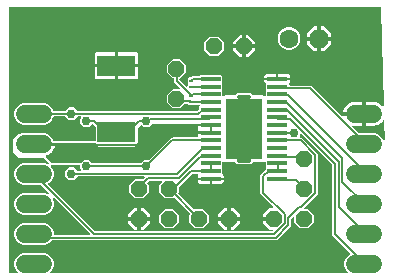
<source format=gbr>
G04 EAGLE Gerber RS-274X export*
G75*
%MOMM*%
%FSLAX34Y34*%
%LPD*%
%INTop Copper*%
%IPPOS*%
%AMOC8*
5,1,8,0,0,1.08239X$1,22.5*%
G01*
%ADD10P,1.732040X8X22.500000*%
%ADD11C,1.600200*%
%ADD12P,1.429621X8X202.500000*%
%ADD13P,1.429621X8X22.500000*%
%ADD14P,1.429621X8X292.500000*%
%ADD15P,1.429621X8X112.500000*%
%ADD16R,1.665200X0.364800*%
%ADD17R,3.100000X5.180000*%
%ADD18C,1.524000*%
%ADD19R,3.200000X1.800000*%
%ADD20R,0.350000X0.250000*%
%ADD21C,0.152400*%
%ADD22C,0.756400*%

G36*
X11208Y10934D02*
X11208Y10934D01*
X11279Y10936D01*
X11328Y10954D01*
X11380Y10962D01*
X11443Y10996D01*
X11510Y11021D01*
X11551Y11053D01*
X11597Y11078D01*
X11646Y11130D01*
X11702Y11174D01*
X11731Y11218D01*
X11766Y11256D01*
X11797Y11321D01*
X11835Y11381D01*
X11848Y11432D01*
X11870Y11479D01*
X11878Y11550D01*
X11895Y11620D01*
X11891Y11672D01*
X11897Y11723D01*
X11882Y11794D01*
X11876Y11865D01*
X11856Y11913D01*
X11845Y11964D01*
X11808Y12025D01*
X11780Y12091D01*
X11735Y12147D01*
X11719Y12175D01*
X11701Y12190D01*
X11675Y12222D01*
X10027Y13870D01*
X8635Y17231D01*
X8635Y20869D01*
X10027Y24230D01*
X12600Y26803D01*
X15961Y28195D01*
X34839Y28195D01*
X38200Y26803D01*
X40773Y24230D01*
X42165Y20869D01*
X42165Y17231D01*
X40773Y13870D01*
X39125Y12222D01*
X39083Y12164D01*
X39034Y12112D01*
X39012Y12065D01*
X38981Y12023D01*
X38960Y11954D01*
X38930Y11889D01*
X38924Y11837D01*
X38909Y11787D01*
X38911Y11716D01*
X38903Y11645D01*
X38914Y11594D01*
X38915Y11542D01*
X38940Y11474D01*
X38955Y11404D01*
X38982Y11359D01*
X39000Y11311D01*
X39045Y11255D01*
X39081Y11193D01*
X39121Y11159D01*
X39153Y11119D01*
X39214Y11080D01*
X39268Y11033D01*
X39317Y11014D01*
X39360Y10986D01*
X39430Y10968D01*
X39496Y10941D01*
X39568Y10933D01*
X39599Y10925D01*
X39622Y10927D01*
X39663Y10923D01*
X290537Y10923D01*
X290608Y10934D01*
X290679Y10936D01*
X290728Y10954D01*
X290780Y10962D01*
X290843Y10996D01*
X290910Y11021D01*
X290951Y11053D01*
X290997Y11078D01*
X291046Y11130D01*
X291102Y11174D01*
X291131Y11218D01*
X291166Y11256D01*
X291197Y11321D01*
X291235Y11381D01*
X291248Y11432D01*
X291270Y11479D01*
X291278Y11550D01*
X291295Y11620D01*
X291291Y11672D01*
X291297Y11723D01*
X291282Y11794D01*
X291276Y11865D01*
X291256Y11913D01*
X291245Y11964D01*
X291208Y12025D01*
X291180Y12091D01*
X291135Y12147D01*
X291119Y12175D01*
X291101Y12190D01*
X291075Y12222D01*
X289427Y13870D01*
X288035Y17231D01*
X288035Y20869D01*
X289427Y24230D01*
X292000Y26803D01*
X292769Y27121D01*
X292808Y27145D01*
X292851Y27161D01*
X292911Y27209D01*
X292978Y27251D01*
X293007Y27286D01*
X293043Y27315D01*
X293085Y27380D01*
X293134Y27440D01*
X293151Y27483D01*
X293176Y27521D01*
X293195Y27597D01*
X293223Y27670D01*
X293225Y27715D01*
X293236Y27760D01*
X293230Y27838D01*
X293233Y27915D01*
X293220Y27960D01*
X293217Y28005D01*
X293186Y28077D01*
X293165Y28152D01*
X293138Y28189D01*
X293120Y28232D01*
X293035Y28338D01*
X293024Y28354D01*
X293020Y28357D01*
X293016Y28363D01*
X278129Y43249D01*
X278129Y102369D01*
X278115Y102460D01*
X278107Y102550D01*
X278095Y102580D01*
X278090Y102612D01*
X278047Y102693D01*
X278011Y102777D01*
X277985Y102809D01*
X277974Y102830D01*
X277951Y102852D01*
X277906Y102908D01*
X251970Y128844D01*
X251912Y128886D01*
X251860Y128935D01*
X251813Y128957D01*
X251771Y128987D01*
X251702Y129008D01*
X251637Y129039D01*
X251585Y129044D01*
X251535Y129060D01*
X251464Y129058D01*
X251393Y129066D01*
X251342Y129055D01*
X251290Y129053D01*
X251222Y129029D01*
X251152Y129014D01*
X251107Y128987D01*
X251059Y128969D01*
X251003Y128924D01*
X250941Y128887D01*
X250907Y128848D01*
X250867Y128815D01*
X250828Y128755D01*
X250781Y128700D01*
X250762Y128652D01*
X250734Y128608D01*
X250716Y128539D01*
X250689Y128472D01*
X250681Y128401D01*
X250673Y128370D01*
X250675Y128346D01*
X250671Y128306D01*
X250671Y127342D01*
X250359Y127030D01*
X250317Y126972D01*
X250268Y126920D01*
X250246Y126873D01*
X250216Y126831D01*
X250194Y126762D01*
X250164Y126697D01*
X250159Y126645D01*
X250143Y126595D01*
X250145Y126524D01*
X250137Y126453D01*
X250148Y126402D01*
X250150Y126350D01*
X250174Y126282D01*
X250189Y126212D01*
X250216Y126167D01*
X250234Y126119D01*
X250279Y126063D01*
X250316Y126001D01*
X250355Y125967D01*
X250388Y125927D01*
X250448Y125888D01*
X250503Y125841D01*
X250551Y125822D01*
X250595Y125794D01*
X250664Y125776D01*
X250731Y125749D01*
X250802Y125741D01*
X250833Y125733D01*
X250856Y125735D01*
X250897Y125731D01*
X252407Y125731D01*
X265939Y112199D01*
X265939Y78301D01*
X254216Y66578D01*
X254174Y66520D01*
X254125Y66468D01*
X254103Y66421D01*
X254073Y66379D01*
X254052Y66310D01*
X254021Y66245D01*
X254016Y66193D01*
X254000Y66143D01*
X254002Y66072D01*
X253994Y66001D01*
X254005Y65950D01*
X254007Y65898D01*
X254031Y65830D01*
X254046Y65760D01*
X254073Y65715D01*
X254091Y65667D01*
X254136Y65611D01*
X254173Y65549D01*
X254212Y65515D01*
X254245Y65475D01*
X254305Y65436D01*
X254360Y65389D01*
X254408Y65370D01*
X254452Y65342D01*
X254521Y65324D01*
X254588Y65297D01*
X254659Y65289D01*
X254690Y65281D01*
X254714Y65283D01*
X254754Y65279D01*
X257367Y65279D01*
X262129Y60517D01*
X262129Y53783D01*
X257367Y49021D01*
X250633Y49021D01*
X245871Y53783D01*
X245871Y57920D01*
X245860Y57990D01*
X245858Y58062D01*
X245840Y58111D01*
X245832Y58162D01*
X245798Y58226D01*
X245773Y58293D01*
X245741Y58334D01*
X245716Y58380D01*
X245664Y58429D01*
X245620Y58485D01*
X245576Y58513D01*
X245538Y58549D01*
X245473Y58579D01*
X245413Y58618D01*
X245362Y58631D01*
X245315Y58653D01*
X245244Y58661D01*
X245174Y58678D01*
X245122Y58674D01*
X245071Y58680D01*
X245000Y58665D01*
X244929Y58659D01*
X244881Y58639D01*
X244830Y58628D01*
X244769Y58591D01*
X244703Y58563D01*
X244647Y58518D01*
X244619Y58501D01*
X244604Y58484D01*
X244572Y58458D01*
X243302Y57188D01*
X243249Y57114D01*
X243189Y57044D01*
X243177Y57014D01*
X243158Y56988D01*
X243131Y56901D01*
X243097Y56816D01*
X243093Y56775D01*
X243086Y56753D01*
X243087Y56721D01*
X243079Y56649D01*
X243079Y50869D01*
X231071Y38861D01*
X40679Y38861D01*
X40589Y38847D01*
X40498Y38839D01*
X40468Y38827D01*
X40436Y38822D01*
X40356Y38779D01*
X40272Y38743D01*
X40240Y38717D01*
X40219Y38706D01*
X40197Y38683D01*
X40141Y38638D01*
X38200Y36697D01*
X34839Y35305D01*
X15961Y35305D01*
X12600Y36697D01*
X10027Y39270D01*
X8635Y42631D01*
X8635Y46269D01*
X10027Y49630D01*
X12600Y52203D01*
X15961Y53595D01*
X34839Y53595D01*
X38200Y52203D01*
X40773Y49630D01*
X42165Y46269D01*
X42165Y44196D01*
X42168Y44176D01*
X42166Y44157D01*
X42188Y44055D01*
X42204Y43953D01*
X42214Y43936D01*
X42218Y43916D01*
X42271Y43827D01*
X42320Y43736D01*
X42334Y43722D01*
X42344Y43705D01*
X42423Y43638D01*
X42498Y43566D01*
X42516Y43558D01*
X42531Y43545D01*
X42627Y43506D01*
X42721Y43463D01*
X42741Y43461D01*
X42759Y43453D01*
X42926Y43435D01*
X71890Y43435D01*
X71960Y43446D01*
X72032Y43448D01*
X72081Y43466D01*
X72132Y43474D01*
X72196Y43508D01*
X72263Y43533D01*
X72304Y43565D01*
X72350Y43590D01*
X72399Y43641D01*
X72455Y43686D01*
X72483Y43730D01*
X72519Y43768D01*
X72549Y43833D01*
X72588Y43893D01*
X72601Y43944D01*
X72623Y43991D01*
X72631Y44062D01*
X72648Y44132D01*
X72644Y44184D01*
X72650Y44235D01*
X72635Y44306D01*
X72629Y44377D01*
X72609Y44425D01*
X72598Y44476D01*
X72561Y44537D01*
X72533Y44603D01*
X72488Y44659D01*
X72471Y44687D01*
X72454Y44702D01*
X72428Y44734D01*
X42517Y74645D01*
X42438Y74702D01*
X42363Y74764D01*
X42339Y74773D01*
X42318Y74788D01*
X42225Y74817D01*
X42134Y74852D01*
X42108Y74853D01*
X42083Y74861D01*
X41985Y74858D01*
X41888Y74862D01*
X41863Y74855D01*
X41837Y74854D01*
X41745Y74821D01*
X41652Y74794D01*
X41630Y74779D01*
X41606Y74770D01*
X41530Y74709D01*
X41450Y74653D01*
X41434Y74632D01*
X41414Y74616D01*
X41361Y74534D01*
X41303Y74456D01*
X41295Y74431D01*
X41281Y74409D01*
X41257Y74315D01*
X41227Y74222D01*
X41227Y74196D01*
X41221Y74171D01*
X41228Y74074D01*
X41229Y73976D01*
X41238Y73945D01*
X41240Y73925D01*
X41253Y73895D01*
X41276Y73815D01*
X42165Y71669D01*
X42165Y68031D01*
X40773Y64670D01*
X38200Y62097D01*
X34839Y60705D01*
X15961Y60705D01*
X12600Y62097D01*
X10027Y64670D01*
X8635Y68031D01*
X8635Y71669D01*
X10027Y75030D01*
X12600Y77603D01*
X15961Y78995D01*
X34839Y78995D01*
X36985Y78106D01*
X37080Y78084D01*
X37173Y78055D01*
X37199Y78056D01*
X37225Y78050D01*
X37321Y78059D01*
X37419Y78061D01*
X37443Y78070D01*
X37469Y78073D01*
X37558Y78112D01*
X37650Y78146D01*
X37670Y78162D01*
X37694Y78173D01*
X37766Y78239D01*
X37842Y78299D01*
X37856Y78321D01*
X37875Y78339D01*
X37922Y78424D01*
X37975Y78506D01*
X37981Y78532D01*
X37994Y78555D01*
X38011Y78651D01*
X38035Y78745D01*
X38033Y78771D01*
X38038Y78797D01*
X38023Y78893D01*
X38016Y78990D01*
X38006Y79014D01*
X38002Y79040D01*
X37958Y79127D01*
X37920Y79216D01*
X37899Y79242D01*
X37890Y79259D01*
X37867Y79283D01*
X37815Y79347D01*
X31280Y85882D01*
X31206Y85935D01*
X31136Y85995D01*
X31106Y86007D01*
X31080Y86026D01*
X30993Y86053D01*
X30908Y86087D01*
X30867Y86091D01*
X30845Y86098D01*
X30813Y86097D01*
X30742Y86105D01*
X15961Y86105D01*
X12600Y87497D01*
X10027Y90070D01*
X8635Y93431D01*
X8635Y97069D01*
X10027Y100430D01*
X12600Y103003D01*
X15961Y104395D01*
X34839Y104395D01*
X37419Y103326D01*
X37514Y103304D01*
X37607Y103275D01*
X37633Y103276D01*
X37658Y103270D01*
X37755Y103279D01*
X37852Y103282D01*
X37877Y103291D01*
X37903Y103293D01*
X37992Y103333D01*
X38083Y103366D01*
X38104Y103382D01*
X38128Y103393D01*
X38199Y103459D01*
X38276Y103520D01*
X38290Y103542D01*
X38309Y103559D01*
X38356Y103645D01*
X38409Y103727D01*
X38415Y103752D01*
X38428Y103775D01*
X38445Y103871D01*
X38469Y103965D01*
X38467Y103991D01*
X38471Y104017D01*
X38457Y104114D01*
X38449Y104210D01*
X38439Y104234D01*
X38435Y104260D01*
X38391Y104347D01*
X38353Y104437D01*
X38333Y104462D01*
X38324Y104480D01*
X38300Y104503D01*
X38248Y104568D01*
X34201Y108615D01*
X34127Y108668D01*
X34057Y108728D01*
X34027Y108740D01*
X34001Y108759D01*
X33914Y108786D01*
X33829Y108820D01*
X33788Y108824D01*
X33766Y108831D01*
X33734Y108830D01*
X33662Y108838D01*
X11753Y108838D01*
X7238Y113353D01*
X7238Y124772D01*
X11753Y129287D01*
X14583Y129287D01*
X14648Y129297D01*
X14713Y129298D01*
X14793Y129321D01*
X14826Y129326D01*
X14843Y129336D01*
X14874Y129345D01*
X15961Y129795D01*
X34839Y129795D01*
X38200Y128403D01*
X40773Y125830D01*
X41735Y123505D01*
X41770Y123450D01*
X41796Y123389D01*
X41848Y123324D01*
X41865Y123296D01*
X41880Y123284D01*
X41900Y123258D01*
X41999Y123160D01*
X42073Y123107D01*
X42143Y123047D01*
X42173Y123035D01*
X42199Y123016D01*
X42286Y122989D01*
X42371Y122955D01*
X42412Y122951D01*
X42434Y122944D01*
X42466Y122945D01*
X42537Y122937D01*
X76964Y122937D01*
X76984Y122940D01*
X77003Y122938D01*
X77105Y122960D01*
X77207Y122976D01*
X77224Y122986D01*
X77244Y122990D01*
X77333Y123043D01*
X77424Y123092D01*
X77438Y123106D01*
X77455Y123116D01*
X77522Y123195D01*
X77594Y123270D01*
X77602Y123288D01*
X77615Y123303D01*
X77654Y123399D01*
X77697Y123493D01*
X77699Y123513D01*
X77707Y123531D01*
X77725Y123698D01*
X77725Y134625D01*
X77711Y134716D01*
X77703Y134806D01*
X77691Y134836D01*
X77686Y134868D01*
X77643Y134949D01*
X77607Y135033D01*
X77581Y135065D01*
X77570Y135086D01*
X77547Y135108D01*
X77502Y135164D01*
X75699Y136967D01*
X75683Y136979D01*
X75670Y136995D01*
X75583Y137051D01*
X75499Y137111D01*
X75480Y137117D01*
X75463Y137128D01*
X75363Y137153D01*
X75264Y137183D01*
X75244Y137183D01*
X75225Y137188D01*
X75122Y137180D01*
X75018Y137177D01*
X74999Y137170D01*
X74979Y137168D01*
X74885Y137128D01*
X74787Y137092D01*
X74771Y137080D01*
X74753Y137072D01*
X74622Y136967D01*
X72048Y134393D01*
X67652Y134393D01*
X64543Y137502D01*
X64543Y141898D01*
X65109Y142464D01*
X65151Y142522D01*
X65200Y142574D01*
X65222Y142621D01*
X65252Y142663D01*
X65274Y142732D01*
X65304Y142797D01*
X65309Y142849D01*
X65325Y142899D01*
X65323Y142970D01*
X65331Y143041D01*
X65320Y143092D01*
X65318Y143144D01*
X65294Y143212D01*
X65279Y143282D01*
X65252Y143327D01*
X65234Y143375D01*
X65189Y143431D01*
X65152Y143493D01*
X65113Y143527D01*
X65080Y143567D01*
X65020Y143606D01*
X64965Y143653D01*
X64917Y143672D01*
X64873Y143700D01*
X64804Y143718D01*
X64737Y143745D01*
X64666Y143753D01*
X64635Y143761D01*
X64612Y143759D01*
X64571Y143763D01*
X62683Y143763D01*
X62593Y143749D01*
X62502Y143741D01*
X62473Y143729D01*
X62441Y143724D01*
X62360Y143681D01*
X62276Y143645D01*
X62244Y143619D01*
X62223Y143608D01*
X62201Y143585D01*
X62145Y143540D01*
X59348Y140743D01*
X54952Y140743D01*
X52155Y143540D01*
X52081Y143593D01*
X52011Y143653D01*
X51981Y143665D01*
X51955Y143684D01*
X51868Y143711D01*
X51783Y143745D01*
X51742Y143749D01*
X51720Y143756D01*
X51688Y143755D01*
X51617Y143763D01*
X42480Y143763D01*
X42365Y143744D01*
X42249Y143727D01*
X42243Y143725D01*
X42237Y143724D01*
X42134Y143669D01*
X42029Y143616D01*
X42025Y143611D01*
X42020Y143608D01*
X41940Y143524D01*
X41857Y143440D01*
X41854Y143434D01*
X41850Y143430D01*
X41842Y143413D01*
X41776Y143293D01*
X40773Y140870D01*
X38200Y138297D01*
X34839Y136905D01*
X15961Y136905D01*
X12600Y138297D01*
X10027Y140870D01*
X8635Y144231D01*
X8635Y147869D01*
X10027Y151230D01*
X12600Y153803D01*
X15961Y155195D01*
X34839Y155195D01*
X38200Y153803D01*
X40773Y151230D01*
X41776Y148807D01*
X41838Y148707D01*
X41898Y148607D01*
X41903Y148603D01*
X41906Y148598D01*
X41996Y148523D01*
X42085Y148447D01*
X42091Y148445D01*
X42095Y148441D01*
X42204Y148399D01*
X42313Y148355D01*
X42320Y148354D01*
X42325Y148353D01*
X42343Y148352D01*
X42480Y148337D01*
X51617Y148337D01*
X51707Y148351D01*
X51798Y148359D01*
X51827Y148371D01*
X51859Y148376D01*
X51940Y148419D01*
X52024Y148455D01*
X52056Y148481D01*
X52077Y148492D01*
X52099Y148515D01*
X52155Y148560D01*
X54952Y151357D01*
X59348Y151357D01*
X62145Y148560D01*
X62219Y148507D01*
X62289Y148447D01*
X62319Y148435D01*
X62345Y148416D01*
X62432Y148389D01*
X62517Y148355D01*
X62558Y148351D01*
X62580Y148344D01*
X62612Y148345D01*
X62683Y148337D01*
X163310Y148337D01*
X163401Y148351D01*
X163491Y148359D01*
X163521Y148371D01*
X163553Y148376D01*
X163634Y148419D01*
X163718Y148455D01*
X163750Y148481D01*
X163771Y148492D01*
X163793Y148515D01*
X163849Y148560D01*
X164932Y149643D01*
X164985Y149717D01*
X165045Y149787D01*
X165057Y149817D01*
X165076Y149843D01*
X165103Y149930D01*
X165137Y150015D01*
X165141Y150056D01*
X165148Y150078D01*
X165147Y150110D01*
X165155Y150182D01*
X165155Y152056D01*
X165411Y152312D01*
X165423Y152328D01*
X165439Y152341D01*
X165495Y152428D01*
X165555Y152512D01*
X165561Y152531D01*
X165572Y152548D01*
X165597Y152648D01*
X165627Y152747D01*
X165627Y152767D01*
X165632Y152786D01*
X165624Y152889D01*
X165621Y152993D01*
X165614Y153012D01*
X165613Y153031D01*
X165572Y153126D01*
X165537Y153224D01*
X165524Y153239D01*
X165516Y153258D01*
X165411Y153389D01*
X165209Y153591D01*
X165135Y153644D01*
X165066Y153703D01*
X165036Y153715D01*
X165010Y153734D01*
X164923Y153761D01*
X164838Y153795D01*
X164797Y153800D01*
X164775Y153807D01*
X164742Y153806D01*
X164671Y153814D01*
X161785Y153814D01*
X161695Y153799D01*
X161604Y153792D01*
X161574Y153779D01*
X161543Y153774D01*
X161462Y153731D01*
X161378Y153696D01*
X161346Y153670D01*
X161325Y153659D01*
X161303Y153636D01*
X161247Y153591D01*
X161132Y153475D01*
X156368Y153475D01*
X155381Y154462D01*
X155307Y154515D01*
X155238Y154575D01*
X155208Y154587D01*
X155182Y154606D01*
X155095Y154633D01*
X155010Y154667D01*
X154969Y154671D01*
X154947Y154678D01*
X154914Y154677D01*
X154843Y154685D01*
X153796Y154685D01*
X153706Y154671D01*
X153615Y154663D01*
X153586Y154651D01*
X153554Y154646D01*
X153473Y154603D01*
X153389Y154567D01*
X153357Y154541D01*
X153336Y154530D01*
X153314Y154507D01*
X153258Y154462D01*
X149417Y150621D01*
X142683Y150621D01*
X137921Y155383D01*
X137921Y162117D01*
X142683Y166879D01*
X148090Y166879D01*
X148160Y166890D01*
X148232Y166892D01*
X148281Y166910D01*
X148332Y166918D01*
X148396Y166952D01*
X148463Y166977D01*
X148504Y167009D01*
X148550Y167034D01*
X148599Y167086D01*
X148655Y167130D01*
X148683Y167174D01*
X148719Y167212D01*
X148749Y167277D01*
X148788Y167337D01*
X148801Y167388D01*
X148823Y167435D01*
X148831Y167506D01*
X148848Y167576D01*
X148844Y167628D01*
X148850Y167679D01*
X148835Y167750D01*
X148829Y167821D01*
X148809Y167869D01*
X148798Y167920D01*
X148761Y167981D01*
X148733Y168047D01*
X148688Y168103D01*
X148671Y168131D01*
X148654Y168146D01*
X148628Y168178D01*
X145580Y171226D01*
X144017Y172789D01*
X144017Y175260D01*
X144014Y175280D01*
X144016Y175299D01*
X143994Y175401D01*
X143978Y175503D01*
X143968Y175520D01*
X143964Y175540D01*
X143911Y175629D01*
X143862Y175720D01*
X143848Y175734D01*
X143838Y175751D01*
X143759Y175818D01*
X143684Y175890D01*
X143666Y175898D01*
X143651Y175911D01*
X143555Y175950D01*
X143461Y175993D01*
X143441Y175995D01*
X143423Y176003D01*
X143256Y176021D01*
X142683Y176021D01*
X137921Y180783D01*
X137921Y187517D01*
X142683Y192279D01*
X149417Y192279D01*
X154179Y187517D01*
X154179Y180783D01*
X149417Y176021D01*
X149352Y176021D01*
X149332Y176018D01*
X149313Y176020D01*
X149211Y175998D01*
X149109Y175982D01*
X149092Y175972D01*
X149072Y175968D01*
X148983Y175915D01*
X148892Y175866D01*
X148878Y175852D01*
X148861Y175842D01*
X148794Y175763D01*
X148722Y175688D01*
X148714Y175670D01*
X148701Y175655D01*
X148662Y175559D01*
X148619Y175465D01*
X148617Y175445D01*
X148609Y175427D01*
X148591Y175260D01*
X148591Y174999D01*
X148605Y174908D01*
X148613Y174818D01*
X148625Y174788D01*
X148630Y174756D01*
X148673Y174675D01*
X148709Y174591D01*
X148735Y174559D01*
X148746Y174538D01*
X148769Y174516D01*
X148814Y174460D01*
X154176Y169098D01*
X154234Y169056D01*
X154286Y169007D01*
X154333Y168985D01*
X154375Y168955D01*
X154444Y168934D01*
X154509Y168903D01*
X154561Y168898D01*
X154611Y168882D01*
X154682Y168884D01*
X154753Y168876D01*
X154804Y168887D01*
X154856Y168889D01*
X154924Y168913D01*
X154994Y168928D01*
X155039Y168955D01*
X155087Y168973D01*
X155143Y169018D01*
X155205Y169055D01*
X155239Y169094D01*
X155279Y169127D01*
X155318Y169187D01*
X155365Y169242D01*
X155384Y169290D01*
X155412Y169334D01*
X155430Y169403D01*
X155457Y169470D01*
X155465Y169541D01*
X155473Y169572D01*
X155471Y169596D01*
X155475Y169636D01*
X155475Y170832D01*
X155555Y170912D01*
X155567Y170928D01*
X155583Y170940D01*
X155639Y171028D01*
X155699Y171111D01*
X155705Y171130D01*
X155716Y171147D01*
X155741Y171248D01*
X155771Y171347D01*
X155771Y171367D01*
X155776Y171386D01*
X155768Y171489D01*
X155765Y171592D01*
X155758Y171611D01*
X155757Y171631D01*
X155716Y171726D01*
X155681Y171823D01*
X155668Y171839D01*
X155660Y171857D01*
X155555Y171988D01*
X155475Y172068D01*
X155475Y175832D01*
X156368Y176725D01*
X157975Y176725D01*
X158066Y176739D01*
X158156Y176747D01*
X158186Y176759D01*
X158218Y176764D01*
X158299Y176807D01*
X158383Y176843D01*
X158415Y176869D01*
X158436Y176880D01*
X158458Y176903D01*
X158514Y176948D01*
X159454Y177887D01*
X164671Y177887D01*
X164761Y177902D01*
X164852Y177909D01*
X164882Y177922D01*
X164914Y177927D01*
X164995Y177970D01*
X165078Y178006D01*
X165111Y178031D01*
X165131Y178042D01*
X165153Y178066D01*
X165209Y178110D01*
X166048Y178949D01*
X183964Y178949D01*
X184857Y178056D01*
X184857Y173145D01*
X184601Y172889D01*
X184589Y172873D01*
X184573Y172860D01*
X184517Y172773D01*
X184457Y172689D01*
X184451Y172670D01*
X184440Y172653D01*
X184415Y172553D01*
X184385Y172454D01*
X184385Y172434D01*
X184380Y172415D01*
X184388Y172312D01*
X184391Y172208D01*
X184398Y172190D01*
X184399Y172170D01*
X184440Y172075D01*
X184475Y171977D01*
X184488Y171962D01*
X184496Y171943D01*
X184601Y171812D01*
X184857Y171556D01*
X184857Y166645D01*
X184601Y166389D01*
X184589Y166373D01*
X184573Y166360D01*
X184517Y166273D01*
X184457Y166189D01*
X184451Y166170D01*
X184440Y166153D01*
X184415Y166053D01*
X184385Y165954D01*
X184385Y165934D01*
X184380Y165915D01*
X184388Y165812D01*
X184391Y165708D01*
X184398Y165689D01*
X184399Y165670D01*
X184440Y165575D01*
X184475Y165477D01*
X184488Y165462D01*
X184496Y165443D01*
X184601Y165312D01*
X184857Y165056D01*
X184857Y161838D01*
X184868Y161767D01*
X184870Y161695D01*
X184888Y161646D01*
X184896Y161595D01*
X184930Y161532D01*
X184955Y161464D01*
X184987Y161423D01*
X185012Y161378D01*
X185064Y161328D01*
X185108Y161272D01*
X185152Y161244D01*
X185190Y161208D01*
X185255Y161178D01*
X185315Y161139D01*
X185366Y161126D01*
X185413Y161105D01*
X185484Y161097D01*
X185554Y161079D01*
X185606Y161083D01*
X185657Y161077D01*
X185728Y161093D01*
X185799Y161098D01*
X185847Y161119D01*
X185898Y161130D01*
X185959Y161167D01*
X186025Y161195D01*
X186081Y161239D01*
X186109Y161256D01*
X186124Y161274D01*
X186125Y161275D01*
X186719Y161618D01*
X187366Y161791D01*
X195441Y161791D01*
X195532Y161805D01*
X195622Y161813D01*
X195652Y161825D01*
X195684Y161830D01*
X195765Y161873D01*
X195849Y161909D01*
X195881Y161935D01*
X195902Y161946D01*
X195924Y161969D01*
X195980Y162014D01*
X197503Y163537D01*
X208897Y163537D01*
X210420Y162014D01*
X210494Y161961D01*
X210564Y161901D01*
X210594Y161889D01*
X210620Y161870D01*
X210707Y161843D01*
X210792Y161809D01*
X210833Y161805D01*
X210855Y161798D01*
X210887Y161799D01*
X210959Y161791D01*
X219034Y161791D01*
X219681Y161618D01*
X220292Y161264D01*
X220302Y161258D01*
X220354Y161208D01*
X220401Y161186D01*
X220443Y161156D01*
X220512Y161135D01*
X220577Y161105D01*
X220629Y161099D01*
X220678Y161084D01*
X220750Y161085D01*
X220821Y161077D01*
X220872Y161088D01*
X220924Y161090D01*
X220992Y161114D01*
X221062Y161130D01*
X221106Y161156D01*
X221155Y161174D01*
X221211Y161219D01*
X221273Y161256D01*
X221307Y161295D01*
X221347Y161328D01*
X221386Y161388D01*
X221433Y161443D01*
X221452Y161491D01*
X221480Y161535D01*
X221498Y161604D01*
X221525Y161671D01*
X221533Y161742D01*
X221541Y161773D01*
X221539Y161797D01*
X221543Y161838D01*
X221543Y165056D01*
X221799Y165312D01*
X221811Y165328D01*
X221827Y165341D01*
X221883Y165428D01*
X221943Y165512D01*
X221949Y165531D01*
X221960Y165548D01*
X221985Y165648D01*
X222015Y165747D01*
X222015Y165767D01*
X222020Y165786D01*
X222012Y165889D01*
X222009Y165993D01*
X222002Y166012D01*
X222001Y166032D01*
X221960Y166126D01*
X221925Y166224D01*
X221912Y166240D01*
X221904Y166258D01*
X221799Y166389D01*
X221543Y166645D01*
X221543Y171393D01*
X221529Y171483D01*
X221521Y171574D01*
X221509Y171604D01*
X221504Y171636D01*
X221461Y171716D01*
X221425Y171800D01*
X221399Y171832D01*
X221388Y171853D01*
X221365Y171875D01*
X221320Y171931D01*
X221035Y172217D01*
X220700Y172796D01*
X220527Y173442D01*
X220527Y174689D01*
X231244Y174689D01*
X231263Y174693D01*
X231283Y174690D01*
X231373Y174710D01*
X231377Y174708D01*
X231544Y174689D01*
X242261Y174689D01*
X242261Y173442D01*
X242088Y172796D01*
X241753Y172217D01*
X241468Y171931D01*
X241415Y171857D01*
X241355Y171788D01*
X241343Y171758D01*
X241324Y171732D01*
X241297Y171645D01*
X241263Y171560D01*
X241259Y171519D01*
X241252Y171497D01*
X241253Y171464D01*
X241245Y171393D01*
X241245Y170688D01*
X241248Y170668D01*
X241246Y170649D01*
X241268Y170547D01*
X241284Y170445D01*
X241294Y170428D01*
X241298Y170408D01*
X241351Y170319D01*
X241400Y170228D01*
X241414Y170214D01*
X241424Y170197D01*
X241503Y170130D01*
X241578Y170058D01*
X241596Y170050D01*
X241611Y170037D01*
X241707Y169998D01*
X241801Y169955D01*
X241821Y169953D01*
X241839Y169945D01*
X242006Y169927D01*
X260027Y169927D01*
X285798Y144156D01*
X285805Y144151D01*
X285810Y144144D01*
X285905Y144079D01*
X285998Y144012D01*
X286006Y144010D01*
X286012Y144005D01*
X286123Y143974D01*
X286233Y143940D01*
X286241Y143940D01*
X286249Y143938D01*
X286363Y143943D01*
X286479Y143946D01*
X286487Y143949D01*
X286495Y143949D01*
X286602Y143991D01*
X286710Y144030D01*
X286716Y144035D01*
X286724Y144038D01*
X286812Y144112D01*
X286902Y144184D01*
X286906Y144191D01*
X286913Y144196D01*
X286973Y144294D01*
X287035Y144391D01*
X287037Y144399D01*
X287041Y144406D01*
X287067Y144518D01*
X287069Y144527D01*
X303277Y144527D01*
X303277Y135889D01*
X296380Y135889D01*
X295943Y135959D01*
X295935Y135959D01*
X295927Y135961D01*
X295812Y135958D01*
X295697Y135957D01*
X295689Y135955D01*
X295681Y135954D01*
X295573Y135915D01*
X295464Y135878D01*
X295458Y135873D01*
X295450Y135870D01*
X295360Y135798D01*
X295269Y135728D01*
X295265Y135721D01*
X295258Y135716D01*
X295196Y135619D01*
X295132Y135524D01*
X295130Y135516D01*
X295125Y135509D01*
X295097Y135397D01*
X295067Y135287D01*
X295067Y135279D01*
X295065Y135271D01*
X295074Y135156D01*
X295081Y135041D01*
X295084Y135034D01*
X295084Y135026D01*
X295129Y134920D01*
X295172Y134813D01*
X295178Y134807D01*
X295181Y134799D01*
X295286Y134668D01*
X299936Y130018D01*
X300010Y129965D01*
X300080Y129905D01*
X300110Y129893D01*
X300136Y129874D01*
X300223Y129847D01*
X300308Y129813D01*
X300349Y129809D01*
X300371Y129802D01*
X300403Y129803D01*
X300474Y129795D01*
X314239Y129795D01*
X317600Y128403D01*
X320173Y125830D01*
X320975Y123894D01*
X321031Y123803D01*
X321083Y123709D01*
X321096Y123698D01*
X321104Y123684D01*
X321187Y123616D01*
X321266Y123545D01*
X321281Y123538D01*
X321294Y123528D01*
X321394Y123489D01*
X321492Y123447D01*
X321508Y123445D01*
X321523Y123439D01*
X321630Y123435D01*
X321737Y123426D01*
X321753Y123430D01*
X321769Y123429D01*
X321872Y123459D01*
X321976Y123484D01*
X321990Y123493D01*
X322005Y123498D01*
X322093Y123559D01*
X322184Y123616D01*
X322194Y123628D01*
X322207Y123638D01*
X322271Y123724D01*
X322339Y123807D01*
X322344Y123822D01*
X322354Y123835D01*
X322387Y123937D01*
X322425Y124037D01*
X322426Y124057D01*
X322430Y124069D01*
X322430Y124100D01*
X322439Y124204D01*
X322042Y139684D01*
X322019Y139804D01*
X321997Y139922D01*
X321996Y139924D01*
X321996Y139926D01*
X321934Y140035D01*
X321878Y140137D01*
X321876Y140138D01*
X321876Y140140D01*
X321784Y140223D01*
X321696Y140303D01*
X321694Y140304D01*
X321693Y140305D01*
X321583Y140353D01*
X321471Y140402D01*
X321469Y140402D01*
X321467Y140403D01*
X321348Y140413D01*
X321226Y140424D01*
X321224Y140423D01*
X321222Y140424D01*
X321105Y140395D01*
X320987Y140367D01*
X320985Y140366D01*
X320983Y140365D01*
X320883Y140302D01*
X320778Y140236D01*
X320777Y140234D01*
X320775Y140234D01*
X320771Y140229D01*
X320665Y140112D01*
X320170Y139431D01*
X319039Y138300D01*
X317745Y137360D01*
X316320Y136634D01*
X314799Y136139D01*
X313220Y135889D01*
X306323Y135889D01*
X306323Y145288D01*
X306320Y145308D01*
X306322Y145327D01*
X306300Y145429D01*
X306283Y145531D01*
X306274Y145548D01*
X306270Y145568D01*
X306217Y145657D01*
X306168Y145748D01*
X306154Y145762D01*
X306144Y145779D01*
X306065Y145846D01*
X305990Y145917D01*
X305972Y145926D01*
X305957Y145939D01*
X305861Y145977D01*
X305767Y146021D01*
X305747Y146023D01*
X305729Y146031D01*
X305562Y146049D01*
X304799Y146049D01*
X304799Y146051D01*
X305562Y146051D01*
X305582Y146054D01*
X305601Y146052D01*
X305703Y146074D01*
X305805Y146091D01*
X305822Y146100D01*
X305842Y146104D01*
X305931Y146157D01*
X306022Y146206D01*
X306036Y146220D01*
X306053Y146230D01*
X306120Y146309D01*
X306191Y146384D01*
X306200Y146402D01*
X306213Y146417D01*
X306252Y146513D01*
X306295Y146607D01*
X306297Y146627D01*
X306305Y146645D01*
X306323Y146812D01*
X306323Y156211D01*
X313220Y156211D01*
X314799Y155961D01*
X316320Y155466D01*
X317745Y154740D01*
X319039Y153800D01*
X320170Y152669D01*
X320326Y152455D01*
X320338Y152443D01*
X320347Y152427D01*
X320426Y152356D01*
X320501Y152282D01*
X320517Y152274D01*
X320530Y152262D01*
X320627Y152220D01*
X320721Y152174D01*
X320739Y152172D01*
X320755Y152164D01*
X320861Y152156D01*
X320965Y152142D01*
X320983Y152145D01*
X321001Y152144D01*
X321103Y152169D01*
X321207Y152189D01*
X321222Y152198D01*
X321239Y152202D01*
X321329Y152258D01*
X321420Y152311D01*
X321432Y152324D01*
X321447Y152334D01*
X321514Y152415D01*
X321584Y152494D01*
X321591Y152511D01*
X321602Y152525D01*
X321639Y152624D01*
X321681Y152720D01*
X321682Y152738D01*
X321688Y152755D01*
X321703Y152922D01*
X319573Y235986D01*
X319571Y235995D01*
X319572Y236005D01*
X319548Y236116D01*
X319527Y236227D01*
X319522Y236236D01*
X319520Y236246D01*
X319462Y236343D01*
X319406Y236442D01*
X319399Y236448D01*
X319394Y236457D01*
X319308Y236530D01*
X319224Y236606D01*
X319214Y236610D01*
X319207Y236617D01*
X319101Y236659D01*
X318998Y236704D01*
X318988Y236705D01*
X318979Y236709D01*
X318812Y236727D01*
X5334Y236727D01*
X5314Y236724D01*
X5295Y236726D01*
X5193Y236704D01*
X5091Y236688D01*
X5074Y236678D01*
X5054Y236674D01*
X4965Y236621D01*
X4874Y236572D01*
X4860Y236558D01*
X4843Y236548D01*
X4776Y236469D01*
X4704Y236394D01*
X4696Y236376D01*
X4683Y236361D01*
X4644Y236265D01*
X4601Y236171D01*
X4599Y236151D01*
X4591Y236133D01*
X4573Y235966D01*
X4573Y11684D01*
X4576Y11664D01*
X4574Y11645D01*
X4596Y11543D01*
X4612Y11441D01*
X4622Y11424D01*
X4626Y11404D01*
X4679Y11315D01*
X4728Y11224D01*
X4742Y11210D01*
X4752Y11193D01*
X4831Y11126D01*
X4906Y11054D01*
X4924Y11046D01*
X4939Y11033D01*
X5035Y10994D01*
X5129Y10951D01*
X5149Y10949D01*
X5167Y10941D01*
X5334Y10923D01*
X11137Y10923D01*
X11208Y10934D01*
G37*
G36*
X227429Y46498D02*
X227429Y46498D01*
X227521Y46505D01*
X227558Y46519D01*
X227580Y46522D01*
X227580Y46523D01*
X227609Y46538D01*
X227678Y46563D01*
X227735Y46605D01*
X227798Y46638D01*
X227834Y46676D01*
X227877Y46707D01*
X227918Y46765D01*
X227967Y46816D01*
X227989Y46864D01*
X228020Y46907D01*
X228041Y46975D01*
X228071Y47039D01*
X228077Y47092D01*
X228092Y47143D01*
X228090Y47213D01*
X228098Y47283D01*
X228086Y47335D01*
X228085Y47389D01*
X228061Y47455D01*
X228046Y47524D01*
X228018Y47569D01*
X228000Y47619D01*
X227956Y47674D01*
X227919Y47735D01*
X227879Y47769D01*
X227846Y47811D01*
X227786Y47849D01*
X227732Y47895D01*
X227683Y47915D01*
X227638Y47943D01*
X227570Y47960D01*
X227504Y47987D01*
X227431Y47995D01*
X227400Y48003D01*
X227377Y48001D01*
X227338Y48005D01*
X224812Y48005D01*
X219455Y53362D01*
X219455Y55627D01*
X227838Y55627D01*
X227858Y55630D01*
X227877Y55628D01*
X227979Y55650D01*
X228081Y55667D01*
X228098Y55676D01*
X228118Y55680D01*
X228207Y55733D01*
X228298Y55782D01*
X228312Y55796D01*
X228329Y55806D01*
X228396Y55885D01*
X228467Y55960D01*
X228476Y55978D01*
X228489Y55993D01*
X228527Y56089D01*
X228571Y56183D01*
X228573Y56203D01*
X228581Y56221D01*
X228599Y56388D01*
X228599Y57912D01*
X228596Y57932D01*
X228598Y57951D01*
X228576Y58053D01*
X228559Y58155D01*
X228550Y58172D01*
X228546Y58192D01*
X228493Y58281D01*
X228444Y58372D01*
X228430Y58386D01*
X228420Y58403D01*
X228341Y58470D01*
X228266Y58541D01*
X228248Y58550D01*
X228233Y58563D01*
X228137Y58602D01*
X228043Y58645D01*
X228023Y58647D01*
X228005Y58655D01*
X227838Y58673D01*
X219455Y58673D01*
X219455Y60938D01*
X224812Y66295D01*
X227338Y66295D01*
X227408Y66306D01*
X227480Y66308D01*
X227529Y66326D01*
X227580Y66334D01*
X227644Y66368D01*
X227711Y66393D01*
X227752Y66425D01*
X227798Y66450D01*
X227847Y66502D01*
X227903Y66546D01*
X227931Y66590D01*
X227967Y66628D01*
X227997Y66693D01*
X228036Y66753D01*
X228049Y66804D01*
X228071Y66851D01*
X228079Y66922D01*
X228096Y66992D01*
X228092Y67044D01*
X228098Y67095D01*
X228083Y67166D01*
X228077Y67237D01*
X228057Y67285D01*
X228046Y67336D01*
X228009Y67397D01*
X227981Y67463D01*
X227936Y67519D01*
X227919Y67547D01*
X227902Y67562D01*
X227876Y67594D01*
X217169Y78301D01*
X217169Y93911D01*
X218732Y95474D01*
X221320Y98062D01*
X221373Y98136D01*
X221433Y98206D01*
X221445Y98236D01*
X221464Y98262D01*
X221491Y98349D01*
X221525Y98434D01*
X221529Y98475D01*
X221536Y98497D01*
X221535Y98529D01*
X221543Y98600D01*
X221543Y100055D01*
X221799Y100311D01*
X221811Y100327D01*
X221827Y100340D01*
X221883Y100427D01*
X221943Y100511D01*
X221949Y100530D01*
X221960Y100547D01*
X221985Y100647D01*
X222015Y100746D01*
X222015Y100766D01*
X222020Y100785D01*
X222012Y100888D01*
X222009Y100992D01*
X222002Y101011D01*
X222001Y101030D01*
X221960Y101125D01*
X221925Y101223D01*
X221912Y101238D01*
X221904Y101257D01*
X221799Y101388D01*
X221543Y101644D01*
X221543Y104862D01*
X221532Y104933D01*
X221530Y105005D01*
X221512Y105054D01*
X221504Y105105D01*
X221470Y105168D01*
X221445Y105236D01*
X221413Y105277D01*
X221388Y105322D01*
X221336Y105372D01*
X221292Y105428D01*
X221248Y105456D01*
X221210Y105492D01*
X221145Y105522D01*
X221085Y105561D01*
X221034Y105574D01*
X220987Y105595D01*
X220916Y105603D01*
X220846Y105621D01*
X220794Y105617D01*
X220743Y105623D01*
X220672Y105607D01*
X220601Y105602D01*
X220553Y105581D01*
X220502Y105570D01*
X220441Y105533D01*
X220375Y105505D01*
X220319Y105461D01*
X220291Y105444D01*
X220276Y105426D01*
X220275Y105425D01*
X219681Y105082D01*
X219034Y104909D01*
X210959Y104909D01*
X210868Y104895D01*
X210778Y104887D01*
X210748Y104875D01*
X210716Y104870D01*
X210635Y104827D01*
X210551Y104791D01*
X210519Y104765D01*
X210498Y104754D01*
X210476Y104731D01*
X210420Y104686D01*
X208897Y103163D01*
X197503Y103163D01*
X195980Y104686D01*
X195906Y104739D01*
X195836Y104799D01*
X195806Y104811D01*
X195780Y104830D01*
X195693Y104857D01*
X195608Y104891D01*
X195567Y104895D01*
X195545Y104902D01*
X195513Y104901D01*
X195441Y104909D01*
X187366Y104909D01*
X186719Y105082D01*
X186108Y105436D01*
X186098Y105442D01*
X186046Y105492D01*
X185999Y105514D01*
X185957Y105544D01*
X185888Y105565D01*
X185823Y105595D01*
X185771Y105601D01*
X185722Y105616D01*
X185650Y105615D01*
X185579Y105623D01*
X185528Y105612D01*
X185476Y105610D01*
X185408Y105586D01*
X185338Y105570D01*
X185294Y105544D01*
X185245Y105526D01*
X185189Y105481D01*
X185127Y105444D01*
X185093Y105405D01*
X185053Y105372D01*
X185014Y105312D01*
X184967Y105257D01*
X184948Y105209D01*
X184920Y105165D01*
X184902Y105096D01*
X184875Y105029D01*
X184867Y104958D01*
X184859Y104927D01*
X184861Y104903D01*
X184857Y104862D01*
X184857Y101644D01*
X184601Y101388D01*
X184589Y101372D01*
X184573Y101359D01*
X184517Y101272D01*
X184457Y101188D01*
X184451Y101169D01*
X184440Y101152D01*
X184415Y101052D01*
X184385Y100953D01*
X184385Y100933D01*
X184380Y100914D01*
X184388Y100811D01*
X184391Y100707D01*
X184398Y100688D01*
X184399Y100668D01*
X184440Y100574D01*
X184475Y100476D01*
X184488Y100460D01*
X184496Y100442D01*
X184601Y100311D01*
X184857Y100055D01*
X184857Y95307D01*
X184871Y95217D01*
X184879Y95126D01*
X184891Y95096D01*
X184896Y95064D01*
X184939Y94984D01*
X184975Y94900D01*
X185001Y94868D01*
X185012Y94847D01*
X185035Y94825D01*
X185080Y94769D01*
X185365Y94483D01*
X185700Y93904D01*
X185873Y93258D01*
X185873Y92011D01*
X175156Y92011D01*
X175137Y92007D01*
X175117Y92009D01*
X175027Y91990D01*
X175023Y91992D01*
X174856Y92011D01*
X164139Y92011D01*
X164139Y93258D01*
X164312Y93904D01*
X164430Y94107D01*
X164464Y94197D01*
X164504Y94283D01*
X164507Y94311D01*
X164517Y94337D01*
X164520Y94433D01*
X164531Y94527D01*
X164525Y94555D01*
X164526Y94583D01*
X164499Y94675D01*
X164479Y94768D01*
X164464Y94792D01*
X164456Y94819D01*
X164401Y94897D01*
X164352Y94979D01*
X164331Y94997D01*
X164315Y95020D01*
X164238Y95077D01*
X164166Y95139D01*
X164139Y95149D01*
X164117Y95166D01*
X164026Y95195D01*
X163937Y95231D01*
X163902Y95235D01*
X163882Y95241D01*
X163850Y95241D01*
X163771Y95249D01*
X159759Y95249D01*
X159668Y95235D01*
X159578Y95227D01*
X159548Y95215D01*
X159516Y95210D01*
X159435Y95167D01*
X159351Y95131D01*
X159319Y95105D01*
X159298Y95094D01*
X159276Y95071D01*
X159220Y95026D01*
X148052Y83858D01*
X147999Y83784D01*
X147939Y83714D01*
X147927Y83684D01*
X147908Y83658D01*
X147881Y83571D01*
X147847Y83486D01*
X147843Y83445D01*
X147836Y83423D01*
X147837Y83391D01*
X147829Y83320D01*
X147829Y79183D01*
X147730Y79084D01*
X147719Y79068D01*
X147703Y79056D01*
X147647Y78969D01*
X147587Y78885D01*
X147581Y78866D01*
X147570Y78849D01*
X147545Y78749D01*
X147514Y78650D01*
X147515Y78630D01*
X147510Y78610D01*
X147518Y78507D01*
X147521Y78404D01*
X147527Y78385D01*
X147529Y78365D01*
X147569Y78270D01*
X147605Y78173D01*
X147618Y78157D01*
X147625Y78139D01*
X147730Y78008D01*
X160558Y65180D01*
X160574Y65168D01*
X160586Y65153D01*
X160656Y65108D01*
X160687Y65082D01*
X160704Y65075D01*
X160758Y65037D01*
X160777Y65031D01*
X160793Y65020D01*
X160894Y64995D01*
X160993Y64964D01*
X161013Y64965D01*
X161032Y64960D01*
X161135Y64968D01*
X161239Y64971D01*
X161257Y64977D01*
X161277Y64979D01*
X161353Y65011D01*
X161354Y65012D01*
X161372Y65019D01*
X161470Y65055D01*
X161485Y65068D01*
X161503Y65075D01*
X161560Y65121D01*
X161571Y65126D01*
X161581Y65138D01*
X161634Y65180D01*
X161733Y65279D01*
X168467Y65279D01*
X173229Y60517D01*
X173229Y53783D01*
X168467Y49021D01*
X161733Y49021D01*
X156971Y53783D01*
X156971Y60517D01*
X157324Y60870D01*
X157336Y60886D01*
X157351Y60898D01*
X157407Y60985D01*
X157467Y61069D01*
X157473Y61088D01*
X157484Y61105D01*
X157509Y61206D01*
X157540Y61304D01*
X157539Y61324D01*
X157544Y61344D01*
X157536Y61447D01*
X157533Y61550D01*
X157527Y61569D01*
X157525Y61589D01*
X157485Y61684D01*
X157449Y61781D01*
X157436Y61797D01*
X157429Y61815D01*
X157324Y61946D01*
X144496Y74774D01*
X144480Y74786D01*
X144468Y74801D01*
X144380Y74857D01*
X144296Y74917D01*
X144277Y74923D01*
X144261Y74934D01*
X144160Y74959D01*
X144061Y74990D01*
X144041Y74989D01*
X144022Y74994D01*
X143919Y74986D01*
X143815Y74983D01*
X143797Y74977D01*
X143777Y74975D01*
X143682Y74935D01*
X143584Y74899D01*
X143569Y74886D01*
X143551Y74879D01*
X143420Y74774D01*
X143067Y74421D01*
X136333Y74421D01*
X131571Y79183D01*
X131571Y85917D01*
X133508Y87854D01*
X133550Y87912D01*
X133599Y87964D01*
X133621Y88011D01*
X133652Y88053D01*
X133673Y88122D01*
X133703Y88187D01*
X133709Y88239D01*
X133724Y88289D01*
X133722Y88360D01*
X133730Y88431D01*
X133719Y88482D01*
X133718Y88534D01*
X133693Y88602D01*
X133678Y88672D01*
X133651Y88717D01*
X133633Y88765D01*
X133588Y88821D01*
X133551Y88883D01*
X133512Y88917D01*
X133479Y88957D01*
X133419Y88996D01*
X133365Y89043D01*
X133316Y89062D01*
X133272Y89090D01*
X133203Y89108D01*
X133136Y89135D01*
X133065Y89143D01*
X133034Y89151D01*
X133011Y89149D01*
X132970Y89153D01*
X123183Y89153D01*
X123093Y89139D01*
X123002Y89131D01*
X122972Y89119D01*
X122940Y89114D01*
X122859Y89071D01*
X122775Y89035D01*
X122743Y89009D01*
X122722Y88998D01*
X122700Y88975D01*
X122644Y88930D01*
X121568Y87854D01*
X121556Y87838D01*
X121541Y87826D01*
X121485Y87738D01*
X121425Y87654D01*
X121419Y87635D01*
X121408Y87619D01*
X121383Y87518D01*
X121352Y87419D01*
X121353Y87399D01*
X121348Y87380D01*
X121356Y87277D01*
X121359Y87174D01*
X121365Y87155D01*
X121367Y87135D01*
X121407Y87040D01*
X121443Y86942D01*
X121456Y86927D01*
X121463Y86909D01*
X121568Y86778D01*
X122429Y85917D01*
X122429Y79183D01*
X117667Y74421D01*
X110933Y74421D01*
X106171Y79183D01*
X106171Y85917D01*
X110933Y90679D01*
X117609Y90679D01*
X117699Y90693D01*
X117790Y90701D01*
X117820Y90713D01*
X117852Y90718D01*
X117933Y90761D01*
X118017Y90797D01*
X118049Y90823D01*
X118070Y90834D01*
X118092Y90857D01*
X118148Y90902D01*
X118910Y91664D01*
X118952Y91722D01*
X119001Y91774D01*
X119023Y91821D01*
X119053Y91863D01*
X119074Y91932D01*
X119105Y91997D01*
X119110Y92049D01*
X119126Y92099D01*
X119124Y92170D01*
X119132Y92241D01*
X119121Y92292D01*
X119119Y92344D01*
X119095Y92412D01*
X119080Y92482D01*
X119053Y92527D01*
X119035Y92575D01*
X118990Y92631D01*
X118953Y92693D01*
X118914Y92727D01*
X118881Y92767D01*
X118821Y92806D01*
X118766Y92853D01*
X118718Y92872D01*
X118674Y92900D01*
X118605Y92918D01*
X118538Y92945D01*
X118467Y92953D01*
X118436Y92961D01*
X118412Y92959D01*
X118372Y92963D01*
X62683Y92963D01*
X62593Y92949D01*
X62502Y92941D01*
X62473Y92929D01*
X62441Y92924D01*
X62360Y92881D01*
X62276Y92845D01*
X62244Y92819D01*
X62223Y92808D01*
X62201Y92785D01*
X62145Y92740D01*
X59348Y89943D01*
X54952Y89943D01*
X51843Y93052D01*
X51843Y97448D01*
X54952Y100557D01*
X59348Y100557D01*
X62145Y97760D01*
X62219Y97707D01*
X62289Y97647D01*
X62319Y97635D01*
X62345Y97616D01*
X62432Y97589D01*
X62517Y97555D01*
X62558Y97551D01*
X62580Y97544D01*
X62612Y97545D01*
X62683Y97537D01*
X64571Y97537D01*
X64641Y97548D01*
X64713Y97550D01*
X64762Y97568D01*
X64813Y97576D01*
X64877Y97610D01*
X64944Y97635D01*
X64985Y97667D01*
X65031Y97692D01*
X65080Y97744D01*
X65136Y97788D01*
X65164Y97832D01*
X65200Y97870D01*
X65230Y97935D01*
X65269Y97995D01*
X65282Y98046D01*
X65304Y98093D01*
X65312Y98164D01*
X65329Y98234D01*
X65325Y98286D01*
X65331Y98337D01*
X65316Y98408D01*
X65310Y98479D01*
X65290Y98527D01*
X65279Y98578D01*
X65242Y98639D01*
X65214Y98705D01*
X65169Y98761D01*
X65152Y98789D01*
X65135Y98804D01*
X65109Y98836D01*
X64543Y99402D01*
X64543Y101727D01*
X64540Y101747D01*
X64542Y101766D01*
X64520Y101868D01*
X64504Y101970D01*
X64494Y101987D01*
X64490Y102007D01*
X64437Y102096D01*
X64388Y102187D01*
X64374Y102201D01*
X64364Y102218D01*
X64285Y102285D01*
X64210Y102357D01*
X64192Y102365D01*
X64177Y102378D01*
X64081Y102417D01*
X63987Y102460D01*
X63967Y102462D01*
X63949Y102470D01*
X63782Y102488D01*
X40552Y102488D01*
X40481Y102477D01*
X40410Y102475D01*
X40361Y102457D01*
X40309Y102449D01*
X40246Y102415D01*
X40179Y102390D01*
X40138Y102358D01*
X40092Y102333D01*
X40043Y102281D01*
X39987Y102237D01*
X39959Y102193D01*
X39923Y102155D01*
X39892Y102090D01*
X39854Y102030D01*
X39841Y101979D01*
X39819Y101932D01*
X39811Y101861D01*
X39794Y101791D01*
X39798Y101739D01*
X39792Y101688D01*
X39807Y101617D01*
X39813Y101546D01*
X39833Y101498D01*
X39844Y101447D01*
X39881Y101386D01*
X39909Y101320D01*
X39954Y101264D01*
X39970Y101236D01*
X39988Y101221D01*
X40014Y101189D01*
X40773Y100430D01*
X42165Y97069D01*
X42165Y93431D01*
X40773Y90070D01*
X38200Y87497D01*
X37791Y87328D01*
X37752Y87304D01*
X37708Y87288D01*
X37648Y87239D01*
X37582Y87198D01*
X37552Y87163D01*
X37516Y87134D01*
X37474Y87069D01*
X37425Y87009D01*
X37408Y86966D01*
X37383Y86927D01*
X37364Y86852D01*
X37337Y86779D01*
X37335Y86733D01*
X37323Y86689D01*
X37329Y86611D01*
X37326Y86533D01*
X37339Y86489D01*
X37343Y86444D01*
X37373Y86372D01*
X37395Y86297D01*
X37421Y86259D01*
X37439Y86217D01*
X37524Y86111D01*
X37535Y86095D01*
X37539Y86092D01*
X37544Y86086D01*
X76924Y46706D01*
X76998Y46653D01*
X77068Y46593D01*
X77098Y46581D01*
X77124Y46562D01*
X77211Y46535D01*
X77296Y46501D01*
X77337Y46497D01*
X77359Y46490D01*
X77391Y46491D01*
X77463Y46483D01*
X227337Y46483D01*
X227429Y46498D01*
G37*
G36*
X64534Y104029D02*
X64534Y104029D01*
X64625Y104036D01*
X64654Y104048D01*
X64686Y104054D01*
X64767Y104096D01*
X64851Y104132D01*
X64883Y104158D01*
X64904Y104169D01*
X64926Y104192D01*
X64982Y104237D01*
X67652Y106907D01*
X72048Y106907D01*
X74718Y104237D01*
X74792Y104184D01*
X74862Y104124D01*
X74892Y104112D01*
X74918Y104093D01*
X75005Y104066D01*
X75090Y104032D01*
X75131Y104028D01*
X75153Y104021D01*
X75185Y104022D01*
X75256Y104014D01*
X115244Y104014D01*
X115334Y104029D01*
X115425Y104036D01*
X115454Y104048D01*
X115486Y104054D01*
X115567Y104096D01*
X115651Y104132D01*
X115683Y104158D01*
X115704Y104169D01*
X115726Y104192D01*
X115782Y104237D01*
X118452Y106907D01*
X122408Y106907D01*
X122498Y106921D01*
X122589Y106929D01*
X122618Y106941D01*
X122650Y106946D01*
X122731Y106989D01*
X122815Y107025D01*
X122847Y107051D01*
X122868Y107062D01*
X122890Y107085D01*
X122946Y107130D01*
X140140Y124324D01*
X141703Y125887D01*
X142523Y125887D01*
X142613Y125901D01*
X142704Y125908D01*
X142734Y125921D01*
X142766Y125926D01*
X142846Y125969D01*
X142930Y126005D01*
X142962Y126030D01*
X142983Y126041D01*
X143005Y126065D01*
X143061Y126110D01*
X143190Y126239D01*
X163604Y126239D01*
X163704Y126255D01*
X163805Y126266D01*
X163825Y126275D01*
X163847Y126279D01*
X163936Y126326D01*
X164029Y126368D01*
X164045Y126383D01*
X164064Y126394D01*
X164134Y126467D01*
X164208Y126537D01*
X164218Y126556D01*
X164233Y126572D01*
X164276Y126664D01*
X164324Y126754D01*
X164328Y126775D01*
X164337Y126795D01*
X164348Y126896D01*
X164365Y126996D01*
X164362Y127017D01*
X164364Y127033D01*
X164363Y127034D01*
X164364Y127039D01*
X164359Y127062D01*
X164338Y127198D01*
X164139Y127941D01*
X164139Y129189D01*
X174856Y129189D01*
X174875Y129192D01*
X174895Y129190D01*
X174997Y129212D01*
X175099Y129228D01*
X175116Y129238D01*
X175136Y129242D01*
X175225Y129295D01*
X175316Y129343D01*
X175330Y129358D01*
X175347Y129368D01*
X175414Y129447D01*
X175485Y129522D01*
X175494Y129540D01*
X175507Y129555D01*
X175522Y129594D01*
X175525Y129595D01*
X175616Y129644D01*
X175630Y129658D01*
X175647Y129668D01*
X175714Y129747D01*
X175786Y129822D01*
X175794Y129840D01*
X175807Y129855D01*
X175846Y129951D01*
X175889Y130045D01*
X175891Y130065D01*
X175899Y130083D01*
X175917Y130250D01*
X175917Y136450D01*
X175914Y136470D01*
X175916Y136489D01*
X175894Y136591D01*
X175878Y136693D01*
X175868Y136710D01*
X175864Y136730D01*
X175811Y136819D01*
X175762Y136910D01*
X175748Y136924D01*
X175738Y136941D01*
X175659Y137008D01*
X175584Y137079D01*
X175566Y137088D01*
X175551Y137101D01*
X175455Y137139D01*
X175361Y137183D01*
X175341Y137185D01*
X175323Y137193D01*
X175166Y137210D01*
X175154Y137215D01*
X175061Y137258D01*
X175041Y137260D01*
X175023Y137268D01*
X174856Y137286D01*
X126056Y137286D01*
X125966Y137272D01*
X125875Y137264D01*
X125846Y137252D01*
X125814Y137247D01*
X125733Y137204D01*
X125649Y137168D01*
X125617Y137142D01*
X125596Y137131D01*
X125574Y137108D01*
X125518Y137063D01*
X122848Y134393D01*
X118452Y134393D01*
X116898Y135948D01*
X116881Y135959D01*
X116869Y135975D01*
X116782Y136031D01*
X116698Y136091D01*
X116679Y136097D01*
X116662Y136108D01*
X116562Y136133D01*
X116463Y136163D01*
X116443Y136163D01*
X116424Y136168D01*
X116321Y136160D01*
X116217Y136157D01*
X116198Y136150D01*
X116178Y136149D01*
X116083Y136108D01*
X115986Y136073D01*
X115970Y136060D01*
X115952Y136052D01*
X115821Y135948D01*
X113762Y133888D01*
X113709Y133814D01*
X113649Y133745D01*
X113637Y133715D01*
X113618Y133689D01*
X113591Y133602D01*
X113557Y133517D01*
X113553Y133476D01*
X113546Y133453D01*
X113547Y133421D01*
X113539Y133350D01*
X113539Y120965D01*
X110810Y118236D01*
X79690Y118236D01*
X76738Y121188D01*
X76664Y121241D01*
X76595Y121301D01*
X76565Y121313D01*
X76539Y121332D01*
X76452Y121359D01*
X76367Y121393D01*
X76326Y121397D01*
X76303Y121404D01*
X76271Y121403D01*
X76200Y121411D01*
X41590Y121411D01*
X41051Y121950D01*
X40977Y122003D01*
X40908Y122063D01*
X40878Y122075D01*
X40852Y122094D01*
X40764Y122121D01*
X40680Y122155D01*
X40639Y122159D01*
X40616Y122166D01*
X40584Y122165D01*
X40513Y122173D01*
X26162Y122173D01*
X26142Y122170D01*
X26123Y122172D01*
X26021Y122150D01*
X25919Y122133D01*
X25902Y122124D01*
X25882Y122120D01*
X25793Y122067D01*
X25702Y122018D01*
X25688Y122004D01*
X25671Y121994D01*
X25604Y121915D01*
X25533Y121840D01*
X25524Y121822D01*
X25511Y121807D01*
X25473Y121711D01*
X25429Y121617D01*
X25427Y121597D01*
X25419Y121579D01*
X25401Y121412D01*
X25401Y119888D01*
X25404Y119868D01*
X25402Y119849D01*
X25424Y119747D01*
X25441Y119645D01*
X25450Y119628D01*
X25454Y119608D01*
X25507Y119519D01*
X25556Y119428D01*
X25570Y119414D01*
X25580Y119397D01*
X25659Y119330D01*
X25734Y119259D01*
X25752Y119250D01*
X25767Y119237D01*
X25863Y119198D01*
X25957Y119155D01*
X25977Y119153D01*
X25995Y119145D01*
X26162Y119127D01*
X43066Y119127D01*
X42931Y118271D01*
X42436Y116750D01*
X41710Y115325D01*
X40770Y114031D01*
X39639Y112900D01*
X38345Y111960D01*
X36920Y111234D01*
X35701Y110838D01*
X35634Y110803D01*
X35563Y110777D01*
X35525Y110747D01*
X35483Y110725D01*
X35430Y110670D01*
X35371Y110623D01*
X35345Y110583D01*
X35311Y110548D01*
X35279Y110480D01*
X35238Y110416D01*
X35226Y110370D01*
X35205Y110326D01*
X35196Y110251D01*
X35178Y110178D01*
X35182Y110130D01*
X35176Y110082D01*
X35191Y110008D01*
X35197Y109933D01*
X35216Y109888D01*
X35226Y109841D01*
X35264Y109776D01*
X35293Y109706D01*
X35334Y109656D01*
X35350Y109629D01*
X35361Y109619D01*
X35364Y109613D01*
X35376Y109603D01*
X35398Y109575D01*
X40737Y104237D01*
X40811Y104184D01*
X40880Y104124D01*
X40910Y104112D01*
X40936Y104093D01*
X41023Y104066D01*
X41108Y104032D01*
X41149Y104028D01*
X41172Y104021D01*
X41204Y104022D01*
X41275Y104014D01*
X64444Y104014D01*
X64534Y104029D01*
G37*
%LPC*%
G36*
X239405Y200024D02*
X239405Y200024D01*
X235904Y201474D01*
X233224Y204154D01*
X231774Y207655D01*
X231774Y211445D01*
X233224Y214946D01*
X235904Y217626D01*
X239405Y219076D01*
X243195Y219076D01*
X246696Y217626D01*
X249376Y214946D01*
X250826Y211445D01*
X250826Y207655D01*
X249376Y204154D01*
X246696Y201474D01*
X243195Y200024D01*
X239405Y200024D01*
G37*
%LPD*%
%LPC*%
G36*
X174433Y195071D02*
X174433Y195071D01*
X169671Y199833D01*
X169671Y206567D01*
X174433Y211329D01*
X181167Y211329D01*
X185929Y206567D01*
X185929Y199833D01*
X181167Y195071D01*
X174433Y195071D01*
G37*
%LPD*%
%LPC*%
G36*
X136333Y49021D02*
X136333Y49021D01*
X131571Y53783D01*
X131571Y60517D01*
X136333Y65279D01*
X143067Y65279D01*
X147829Y60517D01*
X147829Y53783D01*
X143067Y49021D01*
X136333Y49021D01*
G37*
%LPD*%
%LPC*%
G36*
X96773Y188273D02*
X96773Y188273D01*
X96773Y198291D01*
X111584Y198291D01*
X112231Y198118D01*
X112810Y197783D01*
X113283Y197310D01*
X113618Y196731D01*
X113791Y196084D01*
X113791Y188273D01*
X96773Y188273D01*
G37*
%LPD*%
%LPC*%
G36*
X76709Y188273D02*
X76709Y188273D01*
X76709Y196084D01*
X76882Y196731D01*
X77217Y197310D01*
X77690Y197783D01*
X78269Y198118D01*
X78916Y198291D01*
X93727Y198291D01*
X93727Y188273D01*
X76709Y188273D01*
G37*
%LPD*%
%LPC*%
G36*
X96773Y175209D02*
X96773Y175209D01*
X96773Y185227D01*
X113791Y185227D01*
X113791Y177416D01*
X113618Y176769D01*
X113283Y176190D01*
X112810Y175717D01*
X112231Y175382D01*
X111584Y175209D01*
X96773Y175209D01*
G37*
%LPD*%
%LPC*%
G36*
X78916Y175209D02*
X78916Y175209D01*
X78269Y175382D01*
X77690Y175717D01*
X77217Y176190D01*
X76882Y176769D01*
X76709Y177416D01*
X76709Y185227D01*
X93727Y185227D01*
X93727Y175209D01*
X78916Y175209D01*
G37*
%LPD*%
%LPC*%
G36*
X287134Y147573D02*
X287134Y147573D01*
X287269Y148429D01*
X287764Y149950D01*
X288490Y151375D01*
X289430Y152669D01*
X290561Y153800D01*
X291855Y154740D01*
X293280Y155466D01*
X294801Y155961D01*
X296380Y156211D01*
X303277Y156211D01*
X303277Y147573D01*
X287134Y147573D01*
G37*
%LPD*%
%LPC*%
G36*
X268223Y211073D02*
X268223Y211073D01*
X268223Y220092D01*
X271067Y220092D01*
X277242Y213917D01*
X277242Y211073D01*
X268223Y211073D01*
G37*
%LPD*%
%LPC*%
G36*
X256158Y211073D02*
X256158Y211073D01*
X256158Y213917D01*
X262333Y220092D01*
X265177Y220092D01*
X265177Y211073D01*
X256158Y211073D01*
G37*
%LPD*%
%LPC*%
G36*
X268223Y199008D02*
X268223Y199008D01*
X268223Y208027D01*
X277242Y208027D01*
X277242Y205183D01*
X271067Y199008D01*
X268223Y199008D01*
G37*
%LPD*%
%LPC*%
G36*
X262333Y199008D02*
X262333Y199008D01*
X256158Y205183D01*
X256158Y208027D01*
X265177Y208027D01*
X265177Y199008D01*
X262333Y199008D01*
G37*
%LPD*%
%LPC*%
G36*
X164139Y131011D02*
X164139Y131011D01*
X164139Y132258D01*
X164312Y132905D01*
X164350Y132969D01*
X164374Y133033D01*
X164407Y133092D01*
X164417Y133147D01*
X164437Y133199D01*
X164439Y133267D01*
X164452Y133334D01*
X164444Y133389D01*
X164446Y133445D01*
X164427Y133510D01*
X164417Y133577D01*
X164385Y133650D01*
X164376Y133681D01*
X164364Y133698D01*
X164350Y133731D01*
X164312Y133795D01*
X164139Y134442D01*
X164139Y135689D01*
X174095Y135689D01*
X174095Y131011D01*
X164139Y131011D01*
G37*
%LPD*%
%LPC*%
G36*
X192023Y58673D02*
X192023Y58673D01*
X192023Y66295D01*
X194288Y66295D01*
X199645Y60938D01*
X199645Y58673D01*
X192023Y58673D01*
G37*
%LPD*%
%LPC*%
G36*
X115823Y58673D02*
X115823Y58673D01*
X115823Y66295D01*
X118088Y66295D01*
X123445Y60938D01*
X123445Y58673D01*
X115823Y58673D01*
G37*
%LPD*%
%LPC*%
G36*
X204723Y204723D02*
X204723Y204723D01*
X204723Y212345D01*
X206988Y212345D01*
X212345Y206988D01*
X212345Y204723D01*
X204723Y204723D01*
G37*
%LPD*%
%LPC*%
G36*
X194055Y204723D02*
X194055Y204723D01*
X194055Y206988D01*
X199412Y212345D01*
X201677Y212345D01*
X201677Y204723D01*
X194055Y204723D01*
G37*
%LPD*%
%LPC*%
G36*
X181355Y58673D02*
X181355Y58673D01*
X181355Y60938D01*
X186712Y66295D01*
X188977Y66295D01*
X188977Y58673D01*
X181355Y58673D01*
G37*
%LPD*%
%LPC*%
G36*
X115823Y48005D02*
X115823Y48005D01*
X115823Y55627D01*
X123445Y55627D01*
X123445Y53362D01*
X118088Y48005D01*
X115823Y48005D01*
G37*
%LPD*%
%LPC*%
G36*
X192023Y48005D02*
X192023Y48005D01*
X192023Y55627D01*
X199645Y55627D01*
X199645Y53362D01*
X194288Y48005D01*
X192023Y48005D01*
G37*
%LPD*%
%LPC*%
G36*
X204723Y194055D02*
X204723Y194055D01*
X204723Y201677D01*
X212345Y201677D01*
X212345Y199412D01*
X206988Y194055D01*
X204723Y194055D01*
G37*
%LPD*%
%LPC*%
G36*
X105155Y58673D02*
X105155Y58673D01*
X105155Y60938D01*
X110512Y66295D01*
X112777Y66295D01*
X112777Y58673D01*
X105155Y58673D01*
G37*
%LPD*%
%LPC*%
G36*
X110512Y48005D02*
X110512Y48005D01*
X105155Y53362D01*
X105155Y55627D01*
X112777Y55627D01*
X112777Y48005D01*
X110512Y48005D01*
G37*
%LPD*%
%LPC*%
G36*
X186712Y48005D02*
X186712Y48005D01*
X181355Y53362D01*
X181355Y55627D01*
X188977Y55627D01*
X188977Y48005D01*
X186712Y48005D01*
G37*
%LPD*%
%LPC*%
G36*
X199412Y194055D02*
X199412Y194055D01*
X194055Y199412D01*
X194055Y201677D01*
X201677Y201677D01*
X201677Y194055D01*
X199412Y194055D01*
G37*
%LPD*%
G36*
X207970Y104692D02*
X207970Y104692D01*
X207989Y104690D01*
X208091Y104712D01*
X208193Y104729D01*
X208210Y104738D01*
X208230Y104742D01*
X208319Y104795D01*
X208410Y104844D01*
X208424Y104858D01*
X208441Y104868D01*
X208508Y104947D01*
X208580Y105022D01*
X208588Y105040D01*
X208601Y105055D01*
X208640Y105151D01*
X208683Y105245D01*
X208685Y105265D01*
X208693Y105283D01*
X208711Y105450D01*
X208711Y107450D01*
X208708Y107470D01*
X208710Y107489D01*
X208688Y107591D01*
X208672Y107693D01*
X208662Y107710D01*
X208658Y107730D01*
X208605Y107819D01*
X208556Y107910D01*
X208542Y107924D01*
X208532Y107941D01*
X208453Y108008D01*
X208378Y108080D01*
X208360Y108088D01*
X208345Y108101D01*
X208249Y108140D01*
X208155Y108183D01*
X208135Y108185D01*
X208117Y108193D01*
X207950Y108211D01*
X198450Y108211D01*
X198430Y108208D01*
X198411Y108210D01*
X198309Y108188D01*
X198207Y108172D01*
X198190Y108162D01*
X198170Y108158D01*
X198081Y108105D01*
X197990Y108056D01*
X197976Y108042D01*
X197959Y108032D01*
X197892Y107953D01*
X197821Y107878D01*
X197812Y107860D01*
X197799Y107845D01*
X197760Y107749D01*
X197717Y107655D01*
X197715Y107635D01*
X197707Y107617D01*
X197689Y107450D01*
X197689Y105450D01*
X197692Y105430D01*
X197690Y105411D01*
X197712Y105309D01*
X197729Y105207D01*
X197738Y105190D01*
X197742Y105170D01*
X197795Y105081D01*
X197844Y104990D01*
X197858Y104976D01*
X197868Y104959D01*
X197947Y104892D01*
X198022Y104821D01*
X198040Y104812D01*
X198055Y104799D01*
X198151Y104760D01*
X198245Y104717D01*
X198265Y104715D01*
X198283Y104707D01*
X198450Y104689D01*
X207950Y104689D01*
X207970Y104692D01*
G37*
G36*
X207970Y158492D02*
X207970Y158492D01*
X207989Y158490D01*
X208091Y158512D01*
X208193Y158529D01*
X208210Y158538D01*
X208230Y158542D01*
X208319Y158595D01*
X208410Y158644D01*
X208424Y158658D01*
X208441Y158668D01*
X208508Y158747D01*
X208580Y158822D01*
X208588Y158840D01*
X208601Y158855D01*
X208640Y158951D01*
X208683Y159045D01*
X208685Y159065D01*
X208693Y159083D01*
X208711Y159250D01*
X208711Y161250D01*
X208708Y161270D01*
X208710Y161289D01*
X208688Y161391D01*
X208672Y161493D01*
X208662Y161510D01*
X208658Y161530D01*
X208605Y161619D01*
X208556Y161710D01*
X208542Y161724D01*
X208532Y161741D01*
X208453Y161808D01*
X208378Y161880D01*
X208360Y161888D01*
X208345Y161901D01*
X208249Y161940D01*
X208155Y161983D01*
X208135Y161985D01*
X208117Y161993D01*
X207950Y162011D01*
X198450Y162011D01*
X198430Y162008D01*
X198411Y162010D01*
X198309Y161988D01*
X198207Y161972D01*
X198190Y161962D01*
X198170Y161958D01*
X198081Y161905D01*
X197990Y161856D01*
X197976Y161842D01*
X197959Y161832D01*
X197892Y161753D01*
X197821Y161678D01*
X197812Y161660D01*
X197799Y161645D01*
X197760Y161549D01*
X197717Y161455D01*
X197715Y161435D01*
X197707Y161417D01*
X197689Y161250D01*
X197689Y159250D01*
X197692Y159230D01*
X197690Y159211D01*
X197712Y159109D01*
X197729Y159007D01*
X197738Y158990D01*
X197742Y158970D01*
X197795Y158881D01*
X197844Y158790D01*
X197858Y158776D01*
X197868Y158759D01*
X197947Y158692D01*
X198022Y158621D01*
X198040Y158612D01*
X198055Y158599D01*
X198151Y158560D01*
X198245Y158517D01*
X198265Y158515D01*
X198283Y158507D01*
X198450Y158489D01*
X207950Y158489D01*
X207970Y158492D01*
G37*
%LPC*%
G36*
X232305Y176512D02*
X232305Y176512D01*
X232305Y179965D01*
X240054Y179965D01*
X240701Y179792D01*
X241280Y179458D01*
X241753Y178985D01*
X242088Y178405D01*
X242261Y177759D01*
X242261Y176512D01*
X232305Y176512D01*
G37*
%LPD*%
%LPC*%
G36*
X220527Y176512D02*
X220527Y176512D01*
X220527Y177759D01*
X220700Y178405D01*
X221035Y178985D01*
X221508Y179458D01*
X222087Y179792D01*
X222734Y179965D01*
X230483Y179965D01*
X230483Y176512D01*
X220527Y176512D01*
G37*
%LPD*%
%LPC*%
G36*
X166346Y86735D02*
X166346Y86735D01*
X165699Y86908D01*
X165120Y87242D01*
X164647Y87715D01*
X164312Y88295D01*
X164139Y88941D01*
X164139Y90188D01*
X174095Y90188D01*
X174095Y86734D01*
X166346Y86735D01*
G37*
%LPD*%
%LPC*%
G36*
X175917Y86735D02*
X175917Y86735D01*
X175917Y90188D01*
X185873Y90188D01*
X185873Y88941D01*
X185700Y88295D01*
X185365Y87715D01*
X184892Y87242D01*
X184313Y86908D01*
X183666Y86735D01*
X175917Y86735D01*
G37*
%LPD*%
%LPC*%
G36*
X114299Y57149D02*
X114299Y57149D01*
X114299Y57151D01*
X114301Y57151D01*
X114301Y57149D01*
X114299Y57149D01*
G37*
%LPD*%
%LPC*%
G36*
X266699Y209549D02*
X266699Y209549D01*
X266699Y209551D01*
X266701Y209551D01*
X266701Y209549D01*
X266699Y209549D01*
G37*
%LPD*%
%LPC*%
G36*
X190499Y57149D02*
X190499Y57149D01*
X190499Y57151D01*
X190501Y57151D01*
X190501Y57149D01*
X190499Y57149D01*
G37*
%LPD*%
%LPC*%
G36*
X203199Y203199D02*
X203199Y203199D01*
X203199Y203201D01*
X203201Y203201D01*
X203201Y203199D01*
X203199Y203199D01*
G37*
%LPD*%
%LPC*%
G36*
X95249Y186749D02*
X95249Y186749D01*
X95249Y186751D01*
X95251Y186751D01*
X95251Y186749D01*
X95249Y186749D01*
G37*
%LPD*%
D10*
X266700Y209550D03*
D11*
X241300Y209550D03*
D12*
X254000Y57150D03*
X228600Y57150D03*
D13*
X177800Y203200D03*
X203200Y203200D03*
D14*
X114300Y82550D03*
X114300Y57150D03*
D15*
X146050Y158750D03*
X146050Y184150D03*
X254000Y82550D03*
X254000Y107950D03*
D14*
X139700Y82550D03*
X139700Y57150D03*
D12*
X190500Y57150D03*
X165100Y57150D03*
D16*
X175006Y175601D03*
X175006Y169101D03*
X175006Y162601D03*
X175006Y156100D03*
X175006Y149600D03*
X175006Y143100D03*
X175006Y136600D03*
X175006Y130100D03*
X175006Y123600D03*
X175006Y117100D03*
X175006Y110600D03*
X175006Y104100D03*
X175006Y97599D03*
X175006Y91099D03*
X231394Y91099D03*
X231394Y97599D03*
X231394Y104100D03*
X231394Y110600D03*
X231394Y117100D03*
X231394Y123600D03*
X231394Y130100D03*
X231394Y136600D03*
X231394Y143100D03*
X231394Y149600D03*
X231394Y156100D03*
X231394Y162601D03*
X231394Y169101D03*
X231394Y175601D03*
D17*
X203200Y133350D03*
D18*
X297180Y146050D02*
X312420Y146050D01*
X312420Y120650D02*
X297180Y120650D01*
X297180Y95250D02*
X312420Y95250D01*
X312420Y69850D02*
X297180Y69850D01*
X297180Y44450D02*
X312420Y44450D01*
X312420Y19050D02*
X297180Y19050D01*
X33020Y19050D02*
X17780Y19050D01*
X17780Y44450D02*
X33020Y44450D01*
X33020Y69850D02*
X17780Y69850D01*
X17780Y95250D02*
X33020Y95250D01*
X33020Y120650D02*
X17780Y120650D01*
X17780Y146050D02*
X33020Y146050D01*
D19*
X95250Y186750D03*
X95250Y130750D03*
D20*
X158750Y173950D03*
X158750Y168950D03*
X158750Y161250D03*
X158750Y156250D03*
D21*
X231648Y109728D02*
X251460Y109728D01*
X252984Y108204D01*
X231648Y109728D02*
X231394Y110600D01*
X252984Y108204D02*
X254000Y107950D01*
X246888Y89916D02*
X231648Y89916D01*
X246888Y89916D02*
X252984Y83820D01*
X231648Y89916D02*
X231394Y91099D01*
X252984Y83820D02*
X254000Y82550D01*
X175006Y169101D02*
X158901Y169101D01*
X158750Y168950D01*
X160101Y162601D02*
X175006Y162601D01*
X160101Y162601D02*
X158750Y161250D01*
X158496Y161544D02*
X146304Y173736D01*
X146304Y182880D01*
X158496Y161544D02*
X158750Y161250D01*
X146304Y182880D02*
X146050Y184150D01*
X158900Y156100D02*
X175006Y156100D01*
X158900Y156100D02*
X158750Y156250D01*
X158496Y156972D02*
X147828Y156972D01*
X146050Y158750D01*
X158496Y156972D02*
X158750Y156250D01*
X142650Y123600D02*
X175006Y123600D01*
X142650Y123600D02*
X120650Y101600D01*
D22*
X120650Y101600D03*
X120650Y139700D03*
D21*
X114300Y139700D01*
X105350Y130750D01*
X95250Y130750D01*
D22*
X69850Y101600D03*
X69850Y139700D03*
D21*
X82550Y133350D02*
X92650Y133350D01*
X82550Y133350D02*
X76200Y139700D01*
X69850Y139700D01*
X92650Y133350D02*
X95250Y130750D01*
X120650Y101600D02*
X69850Y101600D01*
X123444Y141732D02*
X173736Y141732D01*
X123444Y141732D02*
X121920Y140208D01*
X173736Y141732D02*
X175006Y143100D01*
X121920Y140208D02*
X120650Y139700D01*
X168123Y149600D02*
X175006Y149600D01*
X168123Y149600D02*
X164573Y146050D01*
X57150Y146050D01*
X38100Y146050D01*
D22*
X57150Y146050D03*
D21*
X168123Y117100D02*
X175006Y117100D01*
X168123Y117100D02*
X146274Y95250D01*
X57150Y95250D01*
D22*
X57150Y95250D03*
D21*
X38100Y146304D02*
X25908Y146304D01*
X25400Y146050D01*
X38100Y146050D02*
X38100Y146304D01*
X175006Y136600D02*
X175006Y130100D01*
X112197Y119464D02*
X78303Y119464D01*
X122833Y130100D02*
X175006Y130100D01*
X122833Y130100D02*
X112197Y119464D01*
X78303Y119464D02*
X77117Y120650D01*
X41275Y120650D01*
X41275Y120396D02*
X25908Y120396D01*
X25400Y120650D01*
X41275Y120650D02*
X41275Y120396D01*
X175260Y103632D02*
X175260Y99060D01*
X175006Y97599D01*
X175260Y103632D02*
X175006Y104100D01*
X173736Y97536D02*
X158496Y97536D01*
X144780Y83820D01*
X140208Y83820D01*
X173736Y97536D02*
X175006Y97599D01*
X140208Y83820D02*
X139700Y82550D01*
X140208Y82296D02*
X164592Y57912D01*
X165100Y57150D01*
X140208Y82296D02*
X139700Y82550D01*
X160401Y175601D02*
X175006Y175601D01*
X160401Y175601D02*
X158750Y173950D01*
X166116Y109728D02*
X173736Y109728D01*
X166116Y109728D02*
X147828Y91440D01*
X121920Y91440D01*
X114300Y83820D01*
X173736Y109728D02*
X175006Y110600D01*
X114300Y83820D02*
X114300Y82550D01*
X231648Y149352D02*
X239268Y149352D01*
X283464Y105156D01*
X283464Y67056D01*
X304800Y45720D01*
X231648Y149352D02*
X231394Y149600D01*
X304800Y45720D02*
X304800Y44450D01*
X239268Y155448D02*
X231648Y155448D01*
X239268Y155448D02*
X286512Y108204D01*
X286512Y88392D01*
X304800Y70104D01*
X231648Y155448D02*
X231394Y156100D01*
X304800Y70104D02*
X304800Y69850D01*
X240792Y161544D02*
X231648Y161544D01*
X240792Y161544D02*
X304800Y97536D01*
X304800Y95250D01*
X231648Y161544D02*
X231394Y162601D01*
X231648Y167640D02*
X259080Y167640D01*
X304800Y121920D01*
X231648Y167640D02*
X231394Y169101D01*
X304800Y121920D02*
X304800Y120650D01*
X242316Y141732D02*
X231648Y141732D01*
X242316Y141732D02*
X280416Y103632D01*
X280416Y44196D01*
X304800Y19812D01*
X231648Y141732D02*
X231394Y143100D01*
X304800Y19812D02*
X304800Y19050D01*
X245364Y129540D02*
X231648Y129540D01*
X231394Y130100D01*
D22*
X245364Y129540D03*
D21*
X251460Y123444D02*
X231648Y123444D01*
X251460Y123444D02*
X263652Y111252D01*
X263652Y79248D01*
X251460Y67056D01*
X249936Y67056D01*
X240792Y57912D01*
X240792Y51816D01*
X230124Y41148D01*
X28956Y41148D01*
X25908Y44196D01*
X231394Y123600D02*
X231648Y123444D01*
X25908Y44196D02*
X25400Y44450D01*
X231648Y99060D02*
X231648Y103632D01*
X231648Y99060D02*
X231394Y97599D01*
X231648Y103632D02*
X231394Y104100D01*
X230124Y97536D02*
X224028Y97536D01*
X219456Y92964D01*
X219456Y79248D01*
X237744Y60960D01*
X237744Y53340D01*
X228600Y44196D01*
X76200Y44196D01*
X25908Y94488D01*
X230124Y97536D02*
X231394Y97599D01*
X25908Y94488D02*
X25400Y95250D01*
M02*

</source>
